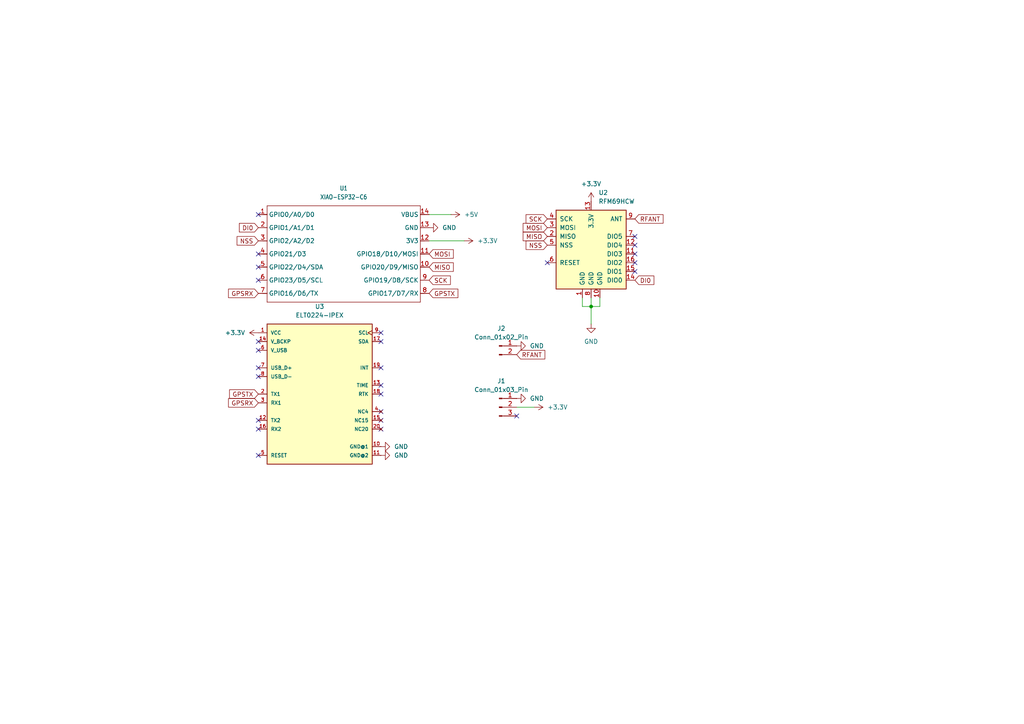
<source format=kicad_sch>
(kicad_sch (version 20250114) (generator "eeschema") (generator_version "9.0")
  (paper "A4")
  (lib_symbols
    (symbol "Connector:Conn_01x02_Pin" (pin_names (offset 1.016) (hide yes))
      (property "Reference" "J" (at 0 2.54 0))
      (property "Value" "Conn_01x02_Pin" (at 0 -5.08 0))
      (symbol "Conn_01x02_Pin_1_1"
        (rectangle (start 0.8636 0.127) (end 0 -0.127) (stroke (width 0.1524)) (fill (type outline)))
        (rectangle (start 0.8636 -2.413) (end 0 -2.667) (stroke (width 0.1524)) (fill (type outline)))
        (polyline (pts (xy 1.27 0) (xy 0.8636 0)) (stroke (width 0.1524)))
        (polyline (pts (xy 1.27 -2.54) (xy 0.8636 -2.54)) (stroke (width 0.1524)))
        (pin passive line (at 5.08 0 180) (length 3.81) (name "Pin_1") (number "1"))
        (pin passive line (at 5.08 -2.54 180) (length 3.81) (name "Pin_2") (number "2"))
      )
    )
    (symbol "Connector:Conn_01x03_Pin" (pin_names (offset 1.016) (hide yes))
      (property "Reference" "J" (at 0 5.08 0))
      (property "Value" "Conn_01x03_Pin" (at 0 -5.08 0))
      (symbol "Conn_01x03_Pin_1_1"
        (rectangle (start 0.8636 2.667) (end 0 2.413) (stroke (width 0.1524)) (fill (type outline)))
        (rectangle (start 0.8636 0.127) (end 0 -0.127) (stroke (width 0.1524)) (fill (type outline)))
        (rectangle (start 0.8636 -2.413) (end 0 -2.667) (stroke (width 0.1524)) (fill (type outline)))
        (polyline (pts (xy 1.27 2.54) (xy 0.8636 2.54)) (stroke (width 0.1524)))
        (polyline (pts (xy 1.27 0) (xy 0.8636 0)) (stroke (width 0.1524)))
        (polyline (pts (xy 1.27 -2.54) (xy 0.8636 -2.54)) (stroke (width 0.1524)))
        (pin passive line (at 5.08 2.54 180) (length 3.81) (name "Pin_1") (number "1"))
        (pin passive line (at 5.08 0 180) (length 3.81) (name "Pin_2") (number "2"))
        (pin passive line (at 5.08 -2.54 180) (length 3.81) (name "Pin_3") (number "3"))
      )
    )
    (symbol "ELT0224:ELT0224-IPEX" (pin_names (offset 1.016))
      (property "Reference" "U" (at -15.24 22.86 0))
      (property "Value" "ELT0224-IPEX" (at -15.24 -25.4 0))
      (symbol "ELT0224-IPEX_0_0"
        (rectangle (start -15.24 -20.32) (end 15.24 20.32) (stroke (width 0.25)) (fill (type background)))
        (pin power_in line (at -17.78 17.78 0) (length 2.54) (name "VCC") (number "1"))
        (pin power_in line (at -17.78 15.24 0) (length 2.54) (name "V_BCKP") (number "14"))
        (pin power_in line (at -17.78 12.7 0) (length 2.54) (name "V_USB") (number "6"))
        (pin bidirectional line (at -17.78 7.62 0) (length 2.54) (name "USB_D+") (number "7"))
        (pin bidirectional line (at -17.78 5.08 0) (length 2.54) (name "USB_D-") (number "8"))
        (pin output line (at -17.78 0 0) (length 2.54) (name "TX1") (number "2"))
        (pin input line (at -17.78 -2.54 0) (length 2.54) (name "RX1") (number "3"))
        (pin output line (at -17.78 -7.62 0) (length 2.54) (name "TX2") (number "12"))
        (pin input line (at -17.78 -10.16 0) (length 2.54) (name "RX2") (number "16"))
        (pin input line (at -17.78 -17.78 0) (length 2.54) (name "RESET") (number "5"))
        (pin input clock (at 17.78 17.78 180) (length 2.54) (name "SCL") (number "9"))
        (pin bidirectional line (at 17.78 15.24 180) (length 2.54) (name "SDA") (number "17"))
        (pin input line (at 17.78 7.62 180) (length 2.54) (name "INT") (number "19"))
        (pin output line (at 17.78 2.54 180) (length 2.54) (name "TIME") (number "13"))
        (pin output line (at 17.78 0 180) (length 2.54) (name "RTK") (number "18"))
        (pin no_connect line (at 17.78 -5.08 180) (length 2.54) (name "NC4") (number "4"))
        (pin no_connect line (at 17.78 -7.62 180) (length 2.54) (name "NC15") (number "15"))
        (pin no_connect line (at 17.78 -10.16 180) (length 2.54) (name "NC20") (number "20"))
        (pin power_in line (at 17.78 -15.24 180) (length 2.54) (name "GND@1") (number "10"))
        (pin power_in line (at 17.78 -17.78 180) (length 2.54) (name "GND@2") (number "11"))
      )
    )
    (symbol "RF_Module:RFM69HCW" (pin_names (offset 1.016))
      (property "Reference" "U" (at -10.414 11.684 0))
      (property "Value" "RFM69HCW" (at 1.524 11.43 0))
      (symbol "RFM69HCW_0_1"
        (rectangle (start -10.16 10.16) (end 10.16 -12.7) (stroke (width 0.254)) (fill (type background)))
      )
      (symbol "RFM69HCW_1_1"
        (pin input line (at -12.7 7.62 0) (length 2.54) (name "SCK") (number "4"))
        (pin input line (at -12.7 5.08 0) (length 2.54) (name "MOSI") (number "3"))
        (pin output line (at -12.7 2.54 0) (length 2.54) (name "MISO") (number "2"))
        (pin input line (at -12.7 0 0) (length 2.54) (name "NSS") (number "5"))
        (pin bidirectional line (at -12.7 -5.08 0) (length 2.54) (name "RESET") (number "6"))
        (pin power_in line (at -2.54 -15.24 90) (length 2.54) (name "GND") (number "1"))
        (pin power_in line (at 0 12.7 270) (length 2.54) (name "3.3V") (number "13"))
        (pin power_in line (at 0 -15.24 90) (length 2.54) (name "GND") (number "8"))
        (pin power_in line (at 2.54 -15.24 90) (length 2.54) (name "GND") (number "10"))
        (pin bidirectional line (at 12.7 7.62 180) (length 2.54) (name "ANT") (number "9"))
        (pin bidirectional line (at 12.7 2.54 180) (length 2.54) (name "DIO5") (number "7"))
        (pin bidirectional line (at 12.7 0 180) (length 2.54) (name "DIO4") (number "12"))
        (pin bidirectional line (at 12.7 -2.54 180) (length 2.54) (name "DIO3") (number "11"))
        (pin bidirectional line (at 12.7 -5.08 180) (length 2.54) (name "DIO2") (number "16"))
        (pin bidirectional line (at 12.7 -7.62 180) (length 2.54) (name "DIO1") (number "15"))
        (pin bidirectional line (at 12.7 -10.16 180) (length 2.54) (name "DIO0") (number "14"))
      )
    )
    (symbol "Seeed XIAO series:XIAO_ESP32-C6-DIP"
      (property "Reference" "U" (at -20.574 17.018 0))
      (property "Value" "XIAO-ESP32-C6" (at -15.24 14.986 0))
      (symbol "XIAO_ESP32-C6-DIP_1_0"
        (polyline (pts (xy -21.59 13.97) (xy 22.86 13.97)) (stroke (width 0.1524)))
        (polyline (pts (xy -21.59 11.43) (xy -22.86 11.43)) (stroke (width 0.1524)))
        (polyline (pts (xy -21.59 11.43) (xy -21.59 13.97)) (stroke (width 0.1524)))
        (polyline (pts (xy -21.59 7.62) (xy -22.86 7.62)) (stroke (width 0.1524)))
        (polyline (pts (xy -21.59 7.62) (xy -21.59 11.43)) (stroke (width 0.1524)))
        (polyline (pts (xy -21.59 3.81) (xy -22.86 3.81)) (stroke (width 0.1524)))
        (polyline (pts (xy -21.59 3.81) (xy -21.59 7.62)) (stroke (width 0.1524)))
        (polyline (pts (xy -21.59 0) (xy -22.86 0)) (stroke (width 0.1524)))
        (polyline (pts (xy -21.59 0) (xy -21.59 3.81)) (stroke (width 0.1524)))
        (polyline (pts (xy -21.59 -3.81) (xy -22.86 -3.81)) (stroke (width 0.1524)))
        (polyline (pts (xy -21.59 -7.62) (xy -22.86 -7.62)) (stroke (width 0.1524)))
        (polyline (pts (xy -21.59 -11.43) (xy -22.86 -11.43)) (stroke (width 0.1524)))
        (polyline (pts (xy -21.59 -13.97) (xy -21.59 0)) (stroke (width 0.1524)))
        (polyline (pts (xy 22.86 13.97) (xy 22.86 11.43)) (stroke (width 0.1524)))
        (polyline (pts (xy 22.86 11.43) (xy 22.86 7.62)) (stroke (width 0.1524)))
        (polyline (pts (xy 22.86 7.62) (xy 22.86 3.81)) (stroke (width 0.1524)))
        (polyline (pts (xy 22.86 3.81) (xy 22.86 -13.97)) (stroke (width 0.1524)))
        (polyline (pts (xy 22.86 -13.97) (xy -21.59 -13.97)) (stroke (width 0.1524)))
        (polyline (pts (xy 24.13 11.43) (xy 22.86 11.43)) (stroke (width 0.1524)))
        (polyline (pts (xy 24.13 7.62) (xy 22.86 7.62)) (stroke (width 0.1524)))
        (polyline (pts (xy 24.13 3.81) (xy 22.86 3.81)) (stroke (width 0.1524)))
        (polyline (pts (xy 24.13 0) (xy 22.86 0)) (stroke (width 0.1524)))
        (polyline (pts (xy 24.13 -3.81) (xy 22.86 -3.81)) (stroke (width 0.1524)))
        (polyline (pts (xy 24.13 -7.62) (xy 22.86 -7.62)) (stroke (width 0.1524)))
        (polyline (pts (xy 24.13 -11.43) (xy 22.86 -11.43)) (stroke (width 0.1524)))
        (pin passive line (at -24.13 11.43 0) (length 2.54) (name "GPIO0/A0/D0") (number "1"))
        (pin passive line (at -24.13 7.62 0) (length 2.54) (name "GPIO1/A1/D1") (number "2"))
        (pin passive line (at -24.13 3.81 0) (length 2.54) (name "GPIO2/A2/D2") (number "3"))
        (pin passive line (at -24.13 0 0) (length 2.54) (name "GPIO21/D3") (number "4"))
        (pin passive line (at -24.13 -3.81 0) (length 2.54) (name "GPIO22/D4/SDA") (number "5"))
        (pin passive line (at -24.13 -7.62 0) (length 2.54) (name "GPIO23/D5/SCL") (number "6"))
        (pin passive line (at -24.13 -11.43 0) (length 2.54) (name "GPIO16/D6/TX") (number "7"))
        (pin passive line (at 25.4 11.43 180) (length 2.54) (name "VBUS") (number "14"))
        (pin passive line (at 25.4 7.62 180) (length 2.54) (name "GND") (number "13"))
        (pin passive line (at 25.4 3.81 180) (length 2.54) (name "3V3") (number "12"))
        (pin passive line (at 25.4 0 180) (length 2.54) (name "GPIO18/D10/MOSI") (number "11"))
        (pin passive line (at 25.4 -3.81 180) (length 2.54) (name "GPIO20/D9/MISO") (number "10"))
        (pin passive line (at 25.4 -7.62 180) (length 2.54) (name "GPIO19/D8/SCK") (number "9"))
        (pin passive line (at 25.4 -11.43 180) (length 2.54) (name "GPIO17/D7/RX") (number "8"))
      )
    )
    (symbol "power:+3.3V" (power) (pin_numbers (hide yes)) (pin_names (offset 0) (hide yes))
      (property "Value" "+3.3V" (at 0 3.556 0))
      (symbol "+3.3V_0_1"
        (polyline (pts (xy -0.762 1.27) (xy 0 2.54)))
        (polyline (pts (xy 0 2.54) (xy 0.762 1.27)))
        (polyline (pts (xy 0 0) (xy 0 2.54)))
      )
      (symbol "+3.3V_1_1"
        (pin power_in line (at 0 0 90) (length 0) (name "~") (number "1"))
      )
    )
    (symbol "power:+5V" (power) (pin_numbers (hide yes)) (pin_names (offset 0) (hide yes))
      (property "Value" "+5V" (at 0 3.556 0))
      (symbol "+5V_0_1"
        (polyline (pts (xy -0.762 1.27) (xy 0 2.54)))
        (polyline (pts (xy 0 2.54) (xy 0.762 1.27)))
        (polyline (pts (xy 0 0) (xy 0 2.54)))
      )
      (symbol "+5V_1_1"
        (pin power_in line (at 0 0 90) (length 0) (name "~") (number "1"))
      )
    )
    (symbol "power:GND" (power) (pin_numbers (hide yes)) (pin_names (offset 0) (hide yes))
      (property "Value" "GND" (at 0 -3.81 0))
      (symbol "GND_0_1"
        (polyline (pts (xy 0 0) (xy 0 -1.27) (xy 1.27 -1.27) (xy 0 -2.54) (xy -1.27 -1.27) (xy 0 -1.27)))
      )
      (symbol "GND_1_1"
        (pin power_in line (at 0 0 270) (length 0) (name "~") (number "1"))
      )
    )
  )
  (junction (at 171.45 88.9))
  (no_connect (at 110.49 99.06))
  (no_connect (at 74.93 121.92))
  (no_connect (at 184.15 76.2))
  (no_connect (at 110.49 111.76))
  (no_connect (at 110.49 106.68))
  (no_connect (at 110.49 96.52))
  (no_connect (at 74.93 73.66))
  (no_connect (at 184.15 73.66))
  (no_connect (at 110.49 124.46))
  (no_connect (at 74.93 99.06))
  (no_connect (at 74.93 109.22))
  (no_connect (at 74.93 132.08))
  (no_connect (at 110.49 121.92))
  (no_connect (at 74.93 81.28))
  (no_connect (at 74.93 101.6))
  (no_connect (at 74.93 77.47))
  (no_connect (at 158.75 76.2))
  (no_connect (at 110.49 114.3))
  (no_connect (at 184.15 68.58))
  (no_connect (at 110.49 119.38))
  (no_connect (at 184.15 78.74))
  (no_connect (at 74.93 106.68))
  (no_connect (at 74.93 62.23))
  (no_connect (at 74.93 124.46))
  (no_connect (at 149.86 120.65))
  (no_connect (at 184.15 71.12))
  (wire (pts (xy 168.91 88.9) (xy 171.45 88.9)))
  (wire (pts (xy 168.91 86.36) (xy 168.91 88.9)))
  (wire (pts (xy 171.45 88.9) (xy 173.99 88.9)))
  (wire (pts (xy 154.94 118.11) (xy 149.86 118.11)))
  (wire (pts (xy 173.99 88.9) (xy 173.99 86.36)))
  (wire (pts (xy 134.62 69.85) (xy 124.46 69.85)))
  (wire (pts (xy 171.45 88.9) (xy 171.45 93.98)))
  (wire (pts (xy 171.45 88.9) (xy 171.45 86.36)))
  (wire (pts (xy 130.81 62.23) (xy 124.46 62.23)))
  (global_label "NSS" (shape input) (at 74.93 69.85 180) (property "Intersheetrefs" "${INTERSHEET_REFS}" (effects (hide yes))))
  (global_label "GPSRX" (shape input) (at 74.93 85.09 180) (property "Intersheetrefs" "${INTERSHEET_REFS}" (effects (hide yes))))
  (global_label "MISO" (shape input) (at 158.75 68.58 180) (property "Intersheetrefs" "${INTERSHEET_REFS}" (effects (hide yes))))
  (global_label "GPSRX" (shape input) (at 74.93 116.84 180) (property "Intersheetrefs" "${INTERSHEET_REFS}" (effects (hide yes))))
  (global_label "RFANT" (shape input) (at 149.86 102.87 0) (property "Intersheetrefs" "${INTERSHEET_REFS}" (effects (hide yes))))
  (global_label "MOSI" (shape input) (at 158.75 66.04 180) (property "Intersheetrefs" "${INTERSHEET_REFS}" (effects (hide yes))))
  (global_label "SCK" (shape input) (at 158.75 63.5 180) (property "Intersheetrefs" "${INTERSHEET_REFS}" (effects (hide yes))))
  (global_label "DI0" (shape input) (at 74.93 66.04 180) (property "Intersheetrefs" "${INTERSHEET_REFS}" (effects (hide yes))))
  (global_label "DI0" (shape input) (at 184.15 81.28 0) (property "Intersheetrefs" "${INTERSHEET_REFS}" (effects (hide yes))))
  (global_label "RFANT" (shape input) (at 184.15 63.5 0) (property "Intersheetrefs" "${INTERSHEET_REFS}" (effects (hide yes))))
  (global_label "GPSTX" (shape input) (at 124.46 85.09 0) (property "Intersheetrefs" "${INTERSHEET_REFS}" (effects (hide yes))))
  (global_label "NSS" (shape input) (at 158.75 71.12 180) (property "Intersheetrefs" "${INTERSHEET_REFS}" (effects (hide yes))))
  (global_label "MOSI" (shape input) (at 124.46 73.66 0) (property "Intersheetrefs" "${INTERSHEET_REFS}" (effects (hide yes))))
  (global_label "GPSTX" (shape input) (at 74.93 114.3 180) (property "Intersheetrefs" "${INTERSHEET_REFS}" (effects (hide yes))))
  (global_label "SCK" (shape input) (at 124.46 81.28 0) (property "Intersheetrefs" "${INTERSHEET_REFS}" (effects (hide yes))))
  (global_label "MISO" (shape input) (at 124.46 77.47 0) (property "Intersheetrefs" "${INTERSHEET_REFS}" (effects (hide yes))))
  (symbol (lib_id "power:+3.3V") (at 134.62 69.85 270) (unit 1)
    (property "Reference" "#PWR05" (effects (hide yes)))
    (property "Value" "+3.3V" (at 138.43 69.8499 90) (effects (justify left)))
    (property "Description" "Power symbol creates a global label with name \"+3.3V\"" (effects (hide yes)))
  )
  (symbol (lib_id "power:GND") (at 110.49 129.54 90) (unit 1)
    (property "Reference" "#PWR09" (effects (hide yes)))
    (property "Value" "GND" (at 114.3 129.5399 90) (effects (justify right)))
    (property "Description" "Power symbol creates a global label with name \"GND\" , ground" (effects (hide yes)))
  )
  (symbol (lib_id "power:+3.3V") (at 74.93 96.52 90) (unit 1)
    (property "Reference" "#PWR08" (effects (hide yes)))
    (property "Value" "+3.3V" (at 71.12 96.5199 90) (effects (justify left)))
    (property "Description" "Power symbol creates a global label with name \"+3.3V\"" (effects (hide yes)))
  )
  (symbol (lib_id "RF_Module:RFM69HCW") (at 171.45 71.12 0) (unit 1)
    (property "Reference" "U2" (at 173.5933 55.88 0) (effects (justify left)))
    (property "Value" "RFM69HCW" (at 173.5933 58.42 0) (effects (justify left)))
    (property "Footprint" "RF_Module:HOPERF_RFM9XW_SMD" (effects (hide yes)))
    (property "Datasheet" "https://www.hoperf.com/data/upload/portal/20181127/5bfcb8284d838.pdf" (effects (hide yes)))
    (property "Description" "Low power ISM Radio Transceiver Module, SPI interface, AES encryption, 434 or 915 MHz, up to 100mW, up to 300 kb/s, SMD-16, DIP-16" (effects (hide yes)))
  )
  (symbol (lib_id "power:+3.3V") (at 171.45 58.42 0) (unit 1)
    (property "Reference" "#PWR06" (effects (hide yes)))
    (property "Value" "+3.3V" (at 171.45 53.34 0))
    (property "Description" "Power symbol creates a global label with name \"+3.3V\"" (effects (hide yes)))
  )
  (symbol (lib_id "Connector:Conn_01x02_Pin") (at 144.78 100.33 0) (unit 1)
    (property "Reference" "J2" (at 145.415 95.25 0))
    (property "Value" "Conn_01x02_Pin" (at 145.415 97.79 0))
    (property "Footprint" "Connector_PinHeader_2.54mm:PinHeader_1x02_P2.54mm_Vertical" (effects (hide yes)))
    (property "Description" "Generic connector, single row, 01x02, script generated" (effects (hide yes)))
  )
  (symbol (lib_id "power:GND") (at 171.45 93.98 0) (unit 1)
    (property "Reference" "#PWR03" (effects (hide yes)))
    (property "Value" "GND" (at 171.45 99.06 0))
    (property "Description" "Power symbol creates a global label with name \"GND\" , ground" (effects (hide yes)))
  )
  (symbol (lib_id "Seeed XIAO series:XIAO_ESP32-C6-DIP") (at 99.06 73.66 0) (unit 1)
    (property "Reference" "U1" (at 99.695 54.61 0) (effects (font (size 1.27 1.0795))))
    (property "Value" "XIAO-ESP32-C6" (at 99.695 57.15 0) (effects (font (size 1.27 1.0795))))
    (property "Footprint" "JOE Library:MCU_Seeed_ESP32C6 joe" (effects (hide yes)))
    (property "SKU" "XIAO-DIP" (effects (hide yes)))
  )
  (symbol (lib_id "power:GND") (at 110.49 132.08 90) (unit 1)
    (property "Reference" "#PWR010" (effects (hide yes)))
    (property "Value" "GND" (at 114.3 132.0799 90) (effects (justify right)))
    (property "Description" "Power symbol creates a global label with name \"GND\" , ground" (effects (hide yes)))
  )
  (symbol (lib_id "power:GND") (at 124.46 66.04 90) (unit 1)
    (property "Reference" "#PWR04" (effects (hide yes)))
    (property "Value" "GND" (at 128.27 66.0399 90) (effects (justify right)))
    (property "Description" "Power symbol creates a global label with name \"GND\" , ground" (effects (hide yes)))
  )
  (symbol (lib_id "power:+3.3V") (at 154.94 118.11 270) (unit 1)
    (property "Reference" "#PWR01" (effects (hide yes)))
    (property "Value" "+3.3V" (at 158.75 118.1099 90) (effects (justify left)))
    (property "Description" "Power symbol creates a global label with name \"+3.3V\"" (effects (hide yes)))
  )
  (symbol (lib_id "Connector:Conn_01x03_Pin") (at 144.78 118.11 0) (unit 1)
    (property "Reference" "J1" (at 145.415 110.49 0))
    (property "Value" "Conn_01x03_Pin" (at 145.415 113.03 0))
    (property "Footprint" "Connector_PinHeader_2.54mm:PinHeader_1x03_P2.54mm_Vertical" (effects (hide yes)))
    (property "Description" "Generic connector, single row, 01x03, script generated" (effects (hide yes)))
  )
  (symbol (lib_id "power:+5V") (at 130.81 62.23 270) (unit 1)
    (property "Reference" "#PWR07" (effects (hide yes)))
    (property "Value" "+5V" (at 134.62 62.2299 90) (effects (justify left)))
    (property "Description" "Power symbol creates a global label with name \"+5V\"" (effects (hide yes)))
  )
  (symbol (lib_id "ELT0224:ELT0224-IPEX") (at 92.71 114.3 0) (unit 1)
    (property "Reference" "U3" (at 92.71 88.9 0))
    (property "Value" "ELT0224-IPEX" (at 92.71 91.44 0))
    (property "Footprint" "JOE Library:ELT0224-IPEX" (effects (hide yes)))
    (property "MF" "GNSS OEM" (effects (hide yes)))
    (property "Description_1" "UM980 Micro Form Factor All-constellation High Precision GNSS Receiver with USB, I2C, UART, SPI with SMA or IPEX antenna connectors. Base or Rover operation." (effects (hide yes)))
    (property "Package" "None" (effects (hide yes)))
    (property "Price" "None" (effects (hide yes)))
    (property "Check_prices" "https://www.snapeda.com/parts/ELT0224-IPEX/GNSS+OEM/view-part/?ref=eda" (effects (hide yes)))
    (property "SnapEDA_Link" "https://www.snapeda.com/parts/ELT0224-IPEX/GNSS+OEM/view-part/?ref=snap" (effects (hide yes)))
    (property "MP" "ELT0224-IPEX" (effects (hide yes)))
    (property "Availability" "Not in stock" (effects (hide yes)))
    (property "MANUFACTURER" "GNSS OEM" (effects (hide yes)))
  )
  (symbol (lib_id "power:GND") (at 149.86 100.33 90) (unit 1)
    (property "Reference" "#PWR013" (effects (hide yes)))
    (property "Value" "GND" (at 153.67 100.3299 90) (effects (justify right)))
    (property "Description" "Power symbol creates a global label with name \"GND\" , ground" (effects (hide yes)))
  )
  (symbol (lib_id "power:GND") (at 149.86 115.57 90) (unit 1)
    (property "Reference" "#PWR011" (effects (hide yes)))
    (property "Value" "GND" (at 153.67 115.5699 90) (effects (justify right)))
    (property "Description" "Power symbol creates a global label with name \"GND\" , ground" (effects (hide yes)))
  )
)
</source>
